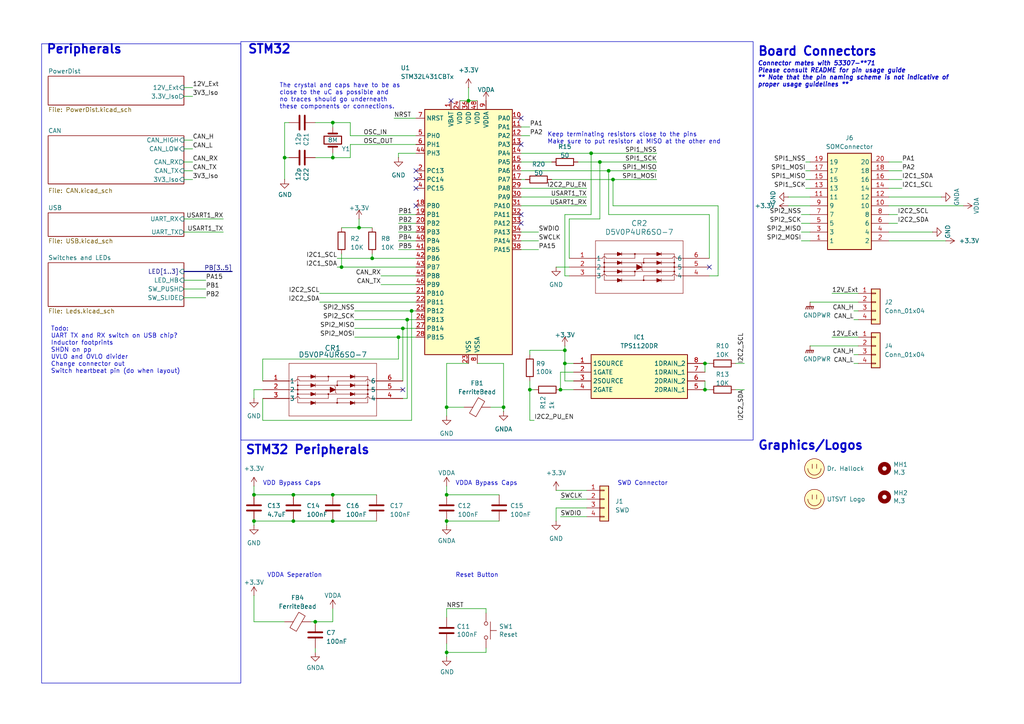
<source format=kicad_sch>
(kicad_sch (version 20231120) (generator "eeschema") (generator_version "8.0")
  (paper "A4")
  (lib_symbols
    (symbol "Connector_Generic:Conn_01x04" (pin_names (offset 1.016) hide)
      (property "Reference" "J" (at 0 5.08 0))
      (property "Value" "Conn_01x04" (at 0 -7.62 0))
      (symbol "Conn_01x04_1_1"
        (pin passive line (at -5.08 2.54 0) (length 3.81) (name "Pin_1") (number "1"))
        (pin passive line (at -5.08 0 0) (length 3.81) (name "Pin_2") (number "2"))
        (pin passive line (at -5.08 -2.54 0) (length 3.81) (name "Pin_3") (number "3"))
        (pin passive line (at -5.08 -5.08 0) (length 3.81) (name "Pin_4") (number "4"))
      )
    )
    (symbol "Device:C" (pin_numbers hide) (pin_names (offset 0.254))
      (property "Reference" "C" (at 0.635 2.54 0))
      (property "Value" "C" (at 0.635 -2.54 0))
      (symbol "C_1_1"
        (pin passive line (at 0 3.81 270) (length 2.794) (name "~") (number "1"))
        (pin passive line (at 0 -3.81 90) (length 2.794) (name "~") (number "2"))
      )
    )
    (symbol "Device:Crystal" (pin_numbers hide) (pin_names (offset 1.016) hide)
      (property "Reference" "Y" (at 0 3.81 0))
      (property "Value" "Crystal" (at 0 -3.81 0))
      (symbol "Crystal_1_1"
        (pin passive line (at -3.81 0 0) (length 1.27) (name "1") (number "1"))
        (pin passive line (at 3.81 0 180) (length 1.27) (name "2") (number "2"))
      )
    )
    (symbol "Device:FerriteBead" (pin_numbers hide) (pin_names (offset 0))
      (property "Reference" "FB" (at -3.81 0.635 90))
      (property "Value" "FerriteBead" (at 3.81 0 90))
      (symbol "FerriteBead_1_1"
        (pin passive line (at 0 3.81 270) (length 2.54) (name "~") (number "1"))
        (pin passive line (at 0 -3.81 90) (length 2.54) (name "~") (number "2"))
      )
    )
    (symbol "Device:R" (pin_numbers hide) (pin_names (offset 0))
      (property "Reference" "R" (at 2.032 0 90))
      (property "Value" "R" (at 0 0 90))
      (symbol "R_1_1"
        (pin passive line (at 0 3.81 270) (length 1.27) (name "~") (number "1"))
        (pin passive line (at 0 -3.81 90) (length 1.27) (name "~") (number "2"))
      )
    )
    (symbol "MCU_ST_STM32L4:STM32L431CBTx"
      (property "Reference" "U" (at -12.7 36.83 0))
      (property "Value" "STM32L431CBTx" (at 7.62 36.83 0))
      (symbol "STM32L431CBTx_1_1"
        (pin power_in line (at -5.08 38.1 270) (length 2.54) (name "VBAT") (number "1"))
        (pin bidirectional line (at 15.24 33.02 180) (length 2.54) (name "PA0") (number "10"))
        (pin bidirectional line (at 15.24 30.48 180) (length 2.54) (name "PA1") (number "11"))
        (pin bidirectional line (at 15.24 27.94 180) (length 2.54) (name "PA2") (number "12"))
        (pin bidirectional line (at 15.24 25.4 180) (length 2.54) (name "PA3") (number "13"))
        (pin bidirectional line (at 15.24 22.86 180) (length 2.54) (name "PA4") (number "14"))
        (pin bidirectional line (at 15.24 20.32 180) (length 2.54) (name "PA5") (number "15"))
        (pin bidirectional line (at 15.24 17.78 180) (length 2.54) (name "PA6") (number "16"))
        (pin bidirectional line (at 15.24 15.24 180) (length 2.54) (name "PA7") (number "17"))
        (pin bidirectional line (at -15.24 7.62 0) (length 2.54) (name "PB0") (number "18"))
        (pin bidirectional line (at -15.24 5.08 0) (length 2.54) (name "PB1") (number "19"))
        (pin bidirectional line (at -15.24 17.78 0) (length 2.54) (name "PC13") (number "2"))
        (pin bidirectional line (at -15.24 2.54 0) (length 2.54) (name "PB2") (number "20"))
        (pin bidirectional line (at -15.24 -17.78 0) (length 2.54) (name "PB10") (number "21"))
        (pin bidirectional line (at -15.24 -20.32 0) (length 2.54) (name "PB11") (number "22"))
        (pin power_in line (at 0 -38.1 90) (length 2.54) (name "VSS") (number "23"))
        (pin power_in line (at -2.54 38.1 270) (length 2.54) (name "VDD") (number "24"))
        (pin bidirectional line (at -15.24 -22.86 0) (length 2.54) (name "PB12") (number "25"))
        (pin bidirectional line (at -15.24 -25.4 0) (length 2.54) (name "PB13") (number "26"))
        (pin bidirectional line (at -15.24 -27.94 0) (length 2.54) (name "PB14") (number "27"))
        (pin bidirectional line (at -15.24 -30.48 0) (length 2.54) (name "PB15") (number "28"))
        (pin bidirectional line (at 15.24 12.7 180) (length 2.54) (name "PA8") (number "29"))
        (pin bidirectional line (at -15.24 15.24 0) (length 2.54) (name "PC14") (number "3"))
        (pin bidirectional line (at 15.24 10.16 180) (length 2.54) (name "PA9") (number "30"))
        (pin bidirectional line (at 15.24 7.62 180) (length 2.54) (name "PA10") (number "31"))
        (pin bidirectional line (at 15.24 5.08 180) (length 2.54) (name "PA11") (number "32"))
        (pin bidirectional line (at 15.24 2.54 180) (length 2.54) (name "PA12") (number "33"))
        (pin bidirectional line (at 15.24 0 180) (length 2.54) (name "PA13") (number "34"))
        (pin passive line (at 0 -38.1 90) (length 2.54) hide (name "VSS") (number "35"))
        (pin power_in line (at 0 38.1 270) (length 2.54) (name "VDD") (number "36"))
        (pin bidirectional line (at 15.24 -2.54 180) (length 2.54) (name "PA14") (number "37"))
        (pin bidirectional line (at 15.24 -5.08 180) (length 2.54) (name "PA15") (number "38"))
        (pin bidirectional line (at -15.24 0 0) (length 2.54) (name "PB3") (number "39"))
        (pin bidirectional line (at -15.24 12.7 0) (length 2.54) (name "PC15") (number "4"))
        (pin bidirectional line (at -15.24 -2.54 0) (length 2.54) (name "PB4") (number "40"))
        (pin bidirectional line (at -15.24 -5.08 0) (length 2.54) (name "PB5") (number "41"))
        (pin bidirectional line (at -15.24 -7.62 0) (length 2.54) (name "PB6") (number "42"))
        (pin bidirectional line (at -15.24 -10.16 0) (length 2.54) (name "PB7") (number "43"))
        (pin bidirectional line (at -15.24 22.86 0) (length 2.54) (name "PH3") (number "44"))
        (pin bidirectional line (at -15.24 -12.7 0) (length 2.54) (name "PB8") (number "45"))
        (pin bidirectional line (at -15.24 -15.24 0) (length 2.54) (name "PB9") (number "46"))
        (pin passive line (at 0 -38.1 90) (length 2.54) hide (name "VSS") (number "47"))
        (pin power_in line (at 2.54 38.1 270) (length 2.54) (name "VDD") (number "48"))
        (pin bidirectional line (at -15.24 27.94 0) (length 2.54) (name "PH0") (number "5"))
        (pin bidirectional line (at -15.24 25.4 0) (length 2.54) (name "PH1") (number "6"))
        (pin input line (at -15.24 33.02 0) (length 2.54) (name "NRST") (number "7"))
        (pin power_in line (at 2.54 -38.1 90) (length 2.54) (name "VSSA") (number "8"))
        (pin power_in line (at 5.08 38.1 270) (length 2.54) (name "VDDA") (number "9"))
      )
    )
    (symbol "Mechanical:MountingHole" (pin_names (offset 1.016)) (exclude_from_sim yes) (in_bom no)
      (property "Reference" "H" (at 0 5.08 0))
      (property "Value" "MountingHole" (at 0 3.175 0))
    )
    (symbol "Switch:SW_Push" (pin_numbers hide) (pin_names (offset 1.016) hide)
      (property "Reference" "SW" (at 1.27 2.54 0))
      (property "Value" "SW_Push" (at 0 -1.524 0))
      (symbol "SW_Push_0_1"
        (pin passive line (at -5.08 0 0) (length 2.54) (name "1") (number "1"))
        (pin passive line (at 5.08 0 180) (length 2.54) (name "2") (number "2"))
      )
    )
    (symbol "power:+3.3V" (power) (pin_numbers hide) (pin_names (offset 0) hide)
      (property "Value" "+3.3V" (at 0 3.556 0))
      (symbol "+3.3V_1_1"
        (pin power_in line (at 0 0 90) (length 0) (name "~") (number "1"))
      )
    )
    (symbol "power:GND" (power) (pin_numbers hide) (pin_names (offset 0) hide)
      (property "Value" "GND" (at 0 -3.81 0))
      (symbol "GND_1_1"
        (pin power_in line (at 0 0 270) (length 0) (name "~") (number "1"))
      )
    )
    (symbol "power:GNDA" (power) (pin_numbers hide) (pin_names (offset 0) hide)
      (property "Value" "GNDA" (at 0 -3.81 0))
      (symbol "GNDA_1_1"
        (pin power_in line (at 0 0 270) (length 0) (name "~") (number "1"))
      )
    )
    (symbol "power:GNDPWR" (power) (pin_numbers hide) (pin_names (offset 0) hide)
      (property "Value" "GNDPWR" (at 0 -3.302 0))
      (symbol "GNDPWR_1_1"
        (pin power_in line (at 0 0 270) (length 0) (name "~") (number "1"))
      )
    )
    (symbol "power:VDDA" (power) (pin_numbers hide) (pin_names (offset 0) hide)
      (property "Value" "VDDA" (at 0 3.556 0))
      (symbol "VDDA_1_1"
        (pin power_in line (at 0 0 90) (length 0) (name "~") (number "1"))
      )
    )
    (symbol "utsvt-chips:D5V0P4UR6SO-7" (pin_names (offset 0.254))
      (property "Reference" "CR" (at 20.32 10.16 0))
      (property "Value" "D5V0P4UR6SO-7" (at 20.32 7.62 0))
      (symbol "D5V0P4UR6SO-7_0_1"
        (pin input line (at 0 0 0) (length 7.62) (name "1") (number "1"))
        (pin unspecified line (at 0 -2.54 0) (length 7.62) (name "2") (number "2"))
        (pin input line (at 0 -5.08 0) (length 7.62) (name "3") (number "3"))
        (pin input line (at 40.64 -5.08 180) (length 7.62) (name "4") (number "4"))
        (pin unspecified line (at 40.64 -2.54 180) (length 7.62) (name "5") (number "5"))
        (pin input line (at 40.64 0 180) (length 7.62) (name "6") (number "6"))
      )
    )
    (symbol "utsvt-chips:TPS1120DR"
      (property "Reference" "IC" (at 34.29 7.62 0))
      (property "Value" "TPS1120DR" (at 34.29 5.08 0))
      (symbol "TPS1120DR_1_1"
        (pin passive line (at 0 0 0) (length 5.08) (name "1SOURCE") (number "1"))
        (pin passive line (at 0 -2.54 0) (length 5.08) (name "1GATE") (number "2"))
        (pin passive line (at 0 -5.08 0) (length 5.08) (name "2SOURCE") (number "3"))
        (pin passive line (at 0 -7.62 0) (length 5.08) (name "2GATE") (number "4"))
        (pin passive line (at 38.1 -7.62 180) (length 5.08) (name "2DRAIN_1") (number "5"))
        (pin passive line (at 38.1 -5.08 180) (length 5.08) (name "2DRAIN_2") (number "6"))
        (pin passive line (at 38.1 -2.54 180) (length 5.08) (name "1DRAIN_1") (number "7"))
        (pin passive line (at 38.1 0 180) (length 5.08) (name "1DRAIN_2") (number "8"))
      )
    )
    (symbol "utsvt-connectors:SOMConnector"
      (property "Reference" "J" (at 19.05 7.62 0))
      (property "Value" "SOMConnector" (at 19.05 5.08 0))
      (symbol "SOMConnector_1_1"
        (pin passive line (at 0 -22.86 0) (length 5.08) (name "1") (number "1"))
        (pin passive line (at 22.86 -12.7 180) (length 5.08) (name "10") (number "10"))
        (pin passive line (at 0 -10.16 0) (length 5.08) (name "11") (number "11"))
        (pin passive line (at 22.86 -10.16 180) (length 5.08) (name "12") (number "12"))
        (pin passive line (at 0 -7.62 0) (length 5.08) (name "13") (number "13"))
        (pin passive line (at 22.86 -7.62 180) (length 5.08) (name "14") (number "14"))
        (pin passive line (at 0 -5.08 0) (length 5.08) (name "15") (number "15"))
        (pin passive line (at 22.86 -5.08 180) (length 5.08) (name "16") (number "16"))
        (pin passive line (at 0 -2.54 0) (length 5.08) (name "17") (number "17"))
        (pin passive line (at 22.86 -2.54 180) (length 5.08) (name "18") (number "18"))
        (pin passive line (at 0 0 0) (length 5.08) (name "19") (number "19"))
        (pin passive line (at 22.86 -22.86 180) (length 5.08) (name "2") (number "2"))
        (pin passive line (at 22.86 0 180) (length 5.08) (name "20") (number "20"))
        (pin passive line (at 0 -20.32 0) (length 5.08) (name "3") (number "3"))
        (pin passive line (at 22.86 -20.32 180) (length 5.08) (name "4") (number "4"))
        (pin passive line (at 0 -17.78 0) (length 5.08) (name "5") (number "5"))
        (pin passive line (at 22.86 -17.78 180) (length 5.08) (name "6") (number "6"))
        (pin passive line (at 0 -15.24 0) (length 5.08) (name "7") (number "7"))
        (pin passive line (at 22.86 -15.24 180) (length 5.08) (name "8") (number "8"))
        (pin passive line (at 0 -12.7 0) (length 5.08) (name "9") (number "9"))
      )
    )
    (symbol "utsvt-misc:Logo_Placeholder" (pin_names (offset 1.016))
      (property "Value" "Logo_Placeholder" (at 0 3.81 0))
    )
  )
  (junction (at 162.56 113.03))
  (junction (at 82.55 45.72))
  (junction (at 115.57 97.79))
  (junction (at 85.09 151.13))
  (junction (at 119.38 90.17))
  (junction (at 96.52 151.13))
  (junction (at 96.52 143.51))
  (junction (at 163.83 101.6))
  (junction (at 73.66 151.13))
  (junction (at 204.47 113.03))
  (junction (at 85.09 143.51))
  (junction (at 99.06 77.47))
  (junction (at 91.44 180.34))
  (junction (at 116.84 95.25))
  (junction (at 129.54 151.13))
  (junction (at 96.52 35.56))
  (junction (at 96.52 45.72))
  (junction (at 173.99 46.99))
  (junction (at 129.54 143.51))
  (junction (at 204.47 105.41))
  (junction (at 129.54 118.11))
  (junction (at 118.11 92.71))
  (junction (at 153.67 113.03))
  (junction (at 171.45 44.45))
  (junction (at 176.53 49.53))
  (junction (at 129.54 189.23))
  (junction (at 177.8 52.07))
  (junction (at 107.95 74.93))
  (junction (at 163.83 105.41))
  (junction (at 146.05 118.11))
  (junction (at 104.14 66.04))
  (junction (at 73.66 143.51))
  (junction (at 135.89 29.21))
  (no_connect (at 151.13 34.29))
  (no_connect (at 130.81 29.21))
  (no_connect (at 151.13 41.91))
  (no_connect (at 120.65 54.61))
  (no_connect (at 205.74 77.47))
  (no_connect (at 151.13 64.77))
  (no_connect (at 120.65 49.53))
  (no_connect (at 151.13 62.23))
  (no_connect (at 116.84 113.03))
  (no_connect (at 120.65 52.07))
  (no_connect (at 120.65 59.69))
  (wire (pts (xy 53.34 40.64) (xy 55.88 40.64)))
  (wire (pts (xy 135.89 25.4) (xy 135.89 29.21)))
  (wire (pts (xy 151.13 39.37) (xy 153.67 39.37)))
  (wire (pts (xy 110.49 80.01) (xy 120.65 80.01)))
  (wire (pts (xy 173.99 46.99) (xy 190.5 46.99)))
  (wire (pts (xy 247.65 92.71) (xy 248.92 92.71)))
  (wire (pts (xy 153.67 113.03) (xy 154.94 113.03)))
  (wire (pts (xy 161.29 77.47) (xy 165.1 77.47)))
  (wire (pts (xy 53.34 86.36) (xy 59.69 86.36)))
  (wire (pts (xy 91.44 180.34) (xy 90.17 180.34)))
  (wire (pts (xy 162.56 107.95) (xy 162.56 113.03)))
  (wire (pts (xy 151.13 69.85) (xy 156.21 69.85)))
  (wire (pts (xy 73.66 143.51) (xy 85.09 143.51)))
  (wire (pts (xy 97.79 74.93) (xy 107.95 74.93)))
  (wire (pts (xy 257.81 54.61) (xy 261.62 54.61)))
  (wire (pts (xy 247.65 90.17) (xy 248.92 90.17)))
  (wire (pts (xy 247.65 102.87) (xy 248.92 102.87)))
  (wire (pts (xy 85.09 151.13) (xy 96.52 151.13)))
  (wire (pts (xy 171.45 44.45) (xy 190.5 44.45)))
  (wire (pts (xy 129.54 151.13) (xy 129.54 152.4)))
  (wire (pts (xy 101.6 39.37) (xy 120.65 39.37)))
  (wire (pts (xy 115.57 45.72) (xy 115.57 44.45)))
  (wire (pts (xy 96.52 176.53) (xy 96.52 180.34)))
  (wire (pts (xy 101.6 41.91) (xy 120.65 41.91)))
  (wire (pts (xy 129.54 176.53) (xy 129.54 179.07)))
  (wire (pts (xy 270.51 67.31) (xy 257.81 67.31)))
  (wire (pts (xy 208.28 80.01) (xy 205.74 80.01)))
  (wire (pts (xy 247.65 105.41) (xy 248.92 105.41)))
  (wire (pts (xy 99.06 66.04) (xy 104.14 66.04)))
  (wire (pts (xy 204.47 113.03) (xy 205.74 113.03)))
  (wire (pts (xy 99.06 73.66) (xy 99.06 77.47)))
  (wire (pts (xy 161.29 147.32) (xy 170.18 147.32)))
  (wire (pts (xy 129.54 118.11) (xy 134.62 118.11)))
  (wire (pts (xy 213.36 105.41) (xy 215.9 105.41)))
  (wire (pts (xy 154.94 121.92) (xy 153.67 121.92)))
  (wire (pts (xy 153.67 101.6) (xy 163.83 101.6)))
  (wire (pts (xy 234.95 87.63) (xy 248.92 87.63)))
  (wire (pts (xy 205.74 74.93) (xy 205.74 62.23)))
  (wire (pts (xy 205.74 62.23) (xy 176.53 62.23)))
  (wire (pts (xy 53.34 43.18) (xy 55.88 43.18)))
  (wire (pts (xy 162.56 149.86) (xy 170.18 149.86)))
  (wire (pts (xy 129.54 118.11) (xy 129.54 120.65)))
  (wire (pts (xy 91.44 189.23) (xy 91.44 187.96)))
  (wire (pts (xy 140.97 187.96) (xy 140.97 189.23)))
  (wire (pts (xy 129.54 176.53) (xy 140.97 176.53)))
  (wire (pts (xy 115.57 64.77) (xy 120.65 64.77)))
  (wire (pts (xy 73.66 115.57) (xy 73.66 113.03)))
  (bus (pts (xy 53.34 78.74) (xy 67.31 78.74)))
  (wire (pts (xy 129.54 190.5) (xy 129.54 189.23)))
  (wire (pts (xy 257.81 52.07) (xy 261.62 52.07)))
  (wire (pts (xy 177.8 59.69) (xy 208.28 59.69)))
  (wire (pts (xy 96.52 45.72) (xy 91.44 45.72)))
  (wire (pts (xy 59.69 83.82) (xy 53.34 83.82)))
  (wire (pts (xy 165.1 63.5) (xy 173.99 63.5)))
  (wire (pts (xy 176.53 49.53) (xy 151.13 49.53)))
  (wire (pts (xy 204.47 110.49) (xy 204.47 113.03)))
  (wire (pts (xy 96.52 151.13) (xy 109.22 151.13)))
  (wire (pts (xy 273.05 57.15) (xy 257.81 57.15)))
  (wire (pts (xy 166.37 110.49) (xy 163.83 110.49)))
  (wire (pts (xy 118.11 92.71) (xy 118.11 115.57)))
  (wire (pts (xy 76.2 121.92) (xy 119.38 121.92)))
  (wire (pts (xy 53.34 67.31) (xy 64.77 67.31)))
  (wire (pts (xy 53.34 25.4) (xy 55.88 25.4)))
  (wire (pts (xy 163.83 100.33) (xy 163.83 101.6)))
  (wire (pts (xy 116.84 115.57) (xy 118.11 115.57)))
  (wire (pts (xy 129.54 186.69) (xy 129.54 189.23)))
  (wire (pts (xy 53.34 52.07) (xy 55.88 52.07)))
  (wire (pts (xy 166.37 107.95) (xy 162.56 107.95)))
  (wire (pts (xy 257.81 62.23) (xy 260.35 62.23)))
  (wire (pts (xy 82.55 45.72) (xy 83.82 45.72)))
  (wire (pts (xy 101.6 39.37) (xy 101.6 35.56)))
  (wire (pts (xy 129.54 143.51) (xy 144.78 143.51)))
  (wire (pts (xy 204.47 105.41) (xy 205.74 105.41)))
  (wire (pts (xy 241.3 85.09) (xy 248.92 85.09)))
  (wire (pts (xy 153.67 110.49) (xy 153.67 113.03)))
  (wire (pts (xy 101.6 35.56) (xy 96.52 35.56)))
  (wire (pts (xy 170.18 59.69) (xy 151.13 59.69)))
  (wire (pts (xy 151.13 52.07) (xy 152.4 52.07)))
  (wire (pts (xy 234.95 100.33) (xy 248.92 100.33)))
  (wire (pts (xy 76.2 104.14) (xy 115.57 104.14)))
  (wire (pts (xy 213.36 113.03) (xy 215.9 113.03)))
  (wire (pts (xy 142.24 118.11) (xy 146.05 118.11)))
  (wire (pts (xy 176.53 49.53) (xy 190.5 49.53)))
  (wire (pts (xy 73.66 140.97) (xy 73.66 143.51)))
  (wire (pts (xy 76.2 115.57) (xy 76.2 121.92)))
  (wire (pts (xy 53.34 63.5) (xy 64.77 63.5)))
  (wire (pts (xy 163.83 80.01) (xy 165.1 80.01)))
  (wire (pts (xy 92.71 87.63) (xy 120.65 87.63)))
  (wire (pts (xy 135.89 29.21) (xy 138.43 29.21)))
  (wire (pts (xy 82.55 52.07) (xy 82.55 45.72)))
  (wire (pts (xy 102.87 90.17) (xy 119.38 90.17)))
  (wire (pts (xy 232.41 62.23) (xy 234.95 62.23)))
  (wire (pts (xy 208.28 59.69) (xy 208.28 80.01)))
  (wire (pts (xy 151.13 57.15) (xy 170.18 57.15)))
  (wire (pts (xy 177.8 52.07) (xy 177.8 59.69)))
  (wire (pts (xy 91.44 35.56) (xy 96.52 35.56)))
  (wire (pts (xy 138.43 105.41) (xy 146.05 105.41)))
  (wire (pts (xy 151.13 72.39) (xy 156.21 72.39)))
  (wire (pts (xy 160.02 52.07) (xy 177.8 52.07)))
  (wire (pts (xy 96.52 180.34) (xy 91.44 180.34)))
  (wire (pts (xy 153.67 121.92) (xy 153.67 113.03)))
  (wire (pts (xy 96.52 143.51) (xy 109.22 143.51)))
  (wire (pts (xy 171.45 62.23) (xy 163.83 62.23)))
  (wire (pts (xy 151.13 46.99) (xy 160.02 46.99)))
  (wire (pts (xy 119.38 90.17) (xy 119.38 121.92)))
  (wire (pts (xy 153.67 102.87) (xy 153.67 101.6)))
  (wire (pts (xy 133.35 29.21) (xy 135.89 29.21)))
  (wire (pts (xy 176.53 49.53) (xy 176.53 62.23)))
  (wire (pts (xy 163.83 105.41) (xy 166.37 105.41)))
  (wire (pts (xy 115.57 97.79) (xy 115.57 104.14)))
  (wire (pts (xy 167.64 46.99) (xy 173.99 46.99)))
  (wire (pts (xy 151.13 36.83) (xy 153.67 36.83)))
  (wire (pts (xy 241.3 97.79) (xy 248.92 97.79)))
  (wire (pts (xy 151.13 67.31) (xy 156.21 67.31)))
  (wire (pts (xy 102.87 97.79) (xy 115.57 97.79)))
  (wire (pts (xy 82.55 35.56) (xy 82.55 45.72)))
  (wire (pts (xy 107.95 74.93) (xy 120.65 74.93)))
  (wire (pts (xy 171.45 44.45) (xy 171.45 62.23)))
  (wire (pts (xy 53.34 46.99) (xy 55.88 46.99)))
  (wire (pts (xy 76.2 110.49) (xy 76.2 104.14)))
  (wire (pts (xy 96.52 35.56) (xy 96.52 36.83)))
  (wire (pts (xy 59.69 81.28) (xy 53.34 81.28)))
  (wire (pts (xy 115.57 67.31) (xy 120.65 67.31)))
  (wire (pts (xy 99.06 77.47) (xy 120.65 77.47)))
  (wire (pts (xy 116.84 95.25) (xy 116.84 110.49)))
  (wire (pts (xy 173.99 46.99) (xy 173.99 63.5)))
  (wire (pts (xy 53.34 49.53) (xy 55.88 49.53)))
  (wire (pts (xy 114.3 34.29) (xy 120.65 34.29)))
  (wire (pts (xy 107.95 73.66) (xy 107.95 74.93)))
  (wire (pts (xy 163.83 62.23) (xy 163.83 80.01)))
  (wire (pts (xy 233.68 46.99) (xy 234.95 46.99)))
  (wire (pts (xy 115.57 44.45) (xy 120.65 44.45)))
  (wire (pts (xy 129.54 105.41) (xy 135.89 105.41)))
  (wire (pts (xy 140.97 176.53) (xy 140.97 177.8)))
  (wire (pts (xy 177.8 52.07) (xy 190.5 52.07)))
  (wire (pts (xy 232.41 64.77) (xy 234.95 64.77)))
  (wire (pts (xy 257.81 59.69) (xy 279.4 59.69)))
  (wire (pts (xy 165.1 74.93) (xy 165.1 63.5)))
  (wire (pts (xy 129.54 151.13) (xy 144.78 151.13)))
  (wire (pts (xy 115.57 69.85) (xy 120.65 69.85)))
  (wire (pts (xy 257.81 64.77) (xy 260.35 64.77)))
  (wire (pts (xy 96.52 45.72) (xy 101.6 45.72)))
  (wire (pts (xy 129.54 105.41) (xy 129.54 118.11)))
  (wire (pts (xy 129.54 140.97) (xy 129.54 143.51)))
  (wire (pts (xy 261.62 49.53) (xy 257.81 49.53)))
  (wire (pts (xy 82.55 35.56) (xy 83.82 35.56)))
  (wire (pts (xy 146.05 105.41) (xy 146.05 118.11)))
  (wire (pts (xy 118.11 92.71) (xy 120.65 92.71)))
  (wire (pts (xy 233.68 54.61) (xy 234.95 54.61)))
  (wire (pts (xy 204.47 105.41) (xy 204.47 107.95)))
  (wire (pts (xy 73.66 180.34) (xy 82.55 180.34)))
  (wire (pts (xy 73.66 152.4) (xy 73.66 151.13)))
  (wire (pts (xy 161.29 151.13) (xy 161.29 147.32)))
  (wire (pts (xy 92.71 85.09) (xy 120.65 85.09)))
  (wire (pts (xy 163.83 101.6) (xy 163.83 105.41)))
  (wire (pts (xy 115.57 62.23) (xy 120.65 62.23)))
  (wire (pts (xy 102.87 92.71) (xy 118.11 92.71)))
  (wire (pts (xy 73.66 151.13) (xy 85.09 151.13)))
  (wire (pts (xy 85.09 143.51) (xy 96.52 143.51)))
  (wire (pts (xy 233.68 52.07) (xy 234.95 52.07)))
  (wire (pts (xy 163.83 110.49) (xy 163.83 105.41)))
  (wire (pts (xy 233.68 49.53) (xy 234.95 49.53)))
  (wire (pts (xy 110.49 82.55) (xy 120.65 82.55)))
  (wire (pts (xy 146.05 118.11) (xy 146.05 119.38)))
  (wire (pts (xy 232.41 67.31) (xy 234.95 67.31)))
  (wire (pts (xy 161.29 142.24) (xy 170.18 142.24)))
  (wire (pts (xy 129.54 189.23) (xy 140.97 189.23)))
  (wire (pts (xy 102.87 95.25) (xy 116.84 95.25)))
  (wire (pts (xy 228.6 59.69) (xy 234.95 59.69)))
  (wire (pts (xy 151.13 54.61) (xy 170.18 54.61)))
  (wire (pts (xy 151.13 44.45) (xy 171.45 44.45)))
  (wire (pts (xy 104.14 63.5) (xy 104.14 66.04)))
  (wire (pts (xy 53.34 27.94) (xy 55.88 27.94)))
  (wire (pts (xy 232.41 69.85) (xy 234.95 69.85)))
  (wire (pts (xy 162.56 144.78) (xy 170.18 144.78)))
  (wire (pts (xy 115.57 97.79) (xy 120.65 97.79)))
  (wire (pts (xy 73.66 172.72) (xy 73.66 180.34)))
  (wire (pts (xy 162.56 113.03) (xy 166.37 113.03)))
  (wire (pts (xy 73.66 113.03) (xy 76.2 113.03)))
  (wire (pts (xy 274.32 69.85) (xy 257.81 69.85)))
  (wire (pts (xy 115.57 72.39) (xy 120.65 72.39)))
  (wire (pts (xy 96.52 44.45) (xy 96.52 45.72)))
  (wire (pts (xy 228.6 57.15) (xy 234.95 57.15)))
  (wire (pts (xy 97.79 77.47) (xy 99.06 77.47)))
  (wire (pts (xy 101.6 45.72) (xy 101.6 41.91)))
  (wire (pts (xy 119.38 90.17) (xy 120.65 90.17)))
  (wire (pts (xy 261.62 46.99) (xy 257.81 46.99)))
  (wire (pts (xy 116.84 95.25) (xy 120.65 95.25)))
  (wire (pts (xy 104.14 66.04) (xy 107.95 66.04)))
  (rectangle (start 69.85 12.065) (end 218.44 127.635))
  (rectangle (start 12.065 12.7) (end 69.85 198.12))
  (text "STM32" (at 71.755 15.875 0) (effects (font (size 2.54 2.54) (thickness 0.508) (bold yes)) (justify left bottom)))
  (text "VDDA Seperation" (at 77.47 167.64 0) (effects (font (size 1.27 1.27)) (justify left bottom)))
  (text "STM32 Peripherals" (at 71.12 132.08 0) (effects (font (size 2.54 2.54) (thickness 0.508) (bold yes)) (justify left bottom)))
  (text "Graphics/Logos" (at 219.71 130.81 0) (effects (font (size 2.54 2.54) (thickness 0.508) (bold yes)) (justify left bottom)))
  (text "Board Connectors" (at 219.71 16.51 0) (effects (font (size 2.54 2.54) (thickness 0.508) (bold yes)) (justify left bottom)))
  (text "Keep terminating resistors close to the pins\nMake sure to put resistor at MISO at the other end" (at 158.75 41.91 0) (effects (font (size 1.27 1.27)) (justify left bottom)))
  (text "Peripherals" (at 13.335 15.875 0) (effects (font (size 2.54 2.54) (thickness 0.508) (bold yes)) (justify left bottom)))
  (text "SWD Connector" (at 179.07 140.97 0) (effects (font (size 1.27 1.27)) (justify left bottom)))
  (text "VDDA Bypass Caps" (at 132.08 140.97 0) (effects (font (size 1.27 1.27)) (justify left bottom)))
  (text "VDD Bypass Caps" (at 76.2 140.97 0) (effects (font (size 1.27 1.27)) (justify left bottom)))
  (text "Todo:\nUART TX and RX switch on USB chip?\nInductor footprints\nSHDN on pp\nUVLO and OVLO divider\nChange connector out\nSwitch heartbeat pin (do when layout)" (at 14.732 101.6 0) (effects (font (size 1.27 1.27)) (justify left)))
  (text "The crystal and caps have to be as \nclose to the uC as possible and\nno traces should go underneath\nthese components or connections." (at 81.026 31.75 0) (effects (font (size 1.27 1.27)) (justify left bottom)))
  (text "Reset Button" (at 132.08 167.64 0) (effects (font (size 1.27 1.27)) (justify left bottom)))
  (text "Connector mates with 53307-**71\nPlease consult README for pin usage guide\n** Note that the pin naming scheme is not indicative of \nproper usage guidelines **" (at 219.71 25.4 0) (effects (font (size 1.27 1.27) (thickness 0.254) (bold yes) (italic yes)) (justify left bottom)))
  (label "PA1" (at 261.62 46.99 0))
  (label "CAN_H" (at 247.65 90.17 180))
  (label "12V_Ext" (at 55.88 25.4 0))
  (label "PB[3..5]" (at 67.31 78.74 180))
  (label "PA15" (at 59.69 81.28 0))
  (label "USART1_TX" (at 64.77 67.31 180))
  (label "OSC_OUT" (at 105.41 41.91 0))
  (label "NRST" (at 114.3 34.29 0))
  (label "I2C2_SDA" (at 260.35 64.77 0))
  (label "SWCLK" (at 162.56 144.78 0))
  (label "NRST" (at 129.54 176.53 0))
  (label "I2C2_SDA" (at 92.71 87.63 180))
  (label "I2C2_SCL" (at 92.71 85.09 180))
  (label "PB2" (at 115.57 64.77 0))
  (label "I2C2_PU_EN" (at 170.18 54.61 180))
  (label "PA15" (at 156.21 72.39 0))
  (label "USART1_RX" (at 170.18 59.69 180))
  (label "SPI2_MISO" (at 102.87 95.25 180))
  (label "PB4" (at 115.57 69.85 0))
  (label "CAN_RX" (at 110.49 80.01 180))
  (label "I2C1_SCL" (at 97.79 74.93 180))
  (label "PB2" (at 59.69 86.36 0))
  (label "SPI1_NSS" (at 190.5 44.45 180))
  (label "I2C2_SDA" (at 215.9 113.03 270))
  (label "I2C2_SCL" (at 260.35 62.23 0))
  (label "3V3_Iso" (at 55.88 27.94 0))
  (label "SPI1_NSS" (at 233.68 46.99 180))
  (label "CAN_TX" (at 55.88 49.53 0))
  (label "USART1_TX" (at 170.18 57.15 180))
  (label "SWDIO" (at 156.21 67.31 0))
  (label "12V_Ext" (at 241.3 97.79 0))
  (label "CAN_L" (at 247.65 92.71 180))
  (label "SPI2_NSS" (at 232.41 62.23 180))
  (label "SPI2_MOSI" (at 232.41 69.85 180))
  (label "SWDIO" (at 162.56 149.86 0))
  (label "PB3" (at 115.57 67.31 0))
  (label "OSC_IN" (at 105.41 39.37 0))
  (label "SWCLK" (at 156.21 69.85 0))
  (label "SPI2_SCK" (at 102.87 92.71 180))
  (label "PB1" (at 59.69 83.82 0))
  (label "CAN_TX" (at 110.49 82.55 180))
  (label "SPI1_MISO" (at 233.68 52.07 180))
  (label "PA1" (at 153.67 36.83 0))
  (label "CAN_L" (at 247.65 105.41 180))
  (label "PA2" (at 261.62 49.53 0))
  (label "3V3_Iso" (at 55.88 52.07 0))
  (label "USART1_RX" (at 64.77 63.5 180))
  (label "PA2" (at 153.67 39.37 0))
  (label "I2C1_SDA" (at 97.79 77.47 180))
  (label "SPI2_NSS" (at 102.87 90.17 180))
  (label "CAN_H" (at 247.65 102.87 180))
  (label "SPI1_MISO" (at 190.5 49.53 180))
  (label "I2C1_SDA" (at 261.62 52.07 0))
  (label "12V_Ext" (at 241.3 85.09 0))
  (label "SPI1_MOSI" (at 190.5 52.07 180))
  (label "SPI1_MOSI" (at 233.68 49.53 180))
  (label "CAN_L" (at 55.88 43.18 0))
  (label "CAN_RX" (at 55.88 46.99 0))
  (label "I2C1_SCL" (at 261.62 54.61 0))
  (label "I2C2_SCL" (at 215.9 105.41 90))
  (label "SPI1_SCK" (at 190.5 46.99 180))
  (label "SPI2_MISO" (at 232.41 67.31 180))
  (label "PB5" (at 115.57 72.39 0))
  (label "I2C2_PU_EN" (at 154.94 121.92 0))
  (label "SPI1_SCK" (at 233.68 54.61 180))
  (label "CAN_H" (at 55.88 40.64 0))
  (label "PB1" (at 115.57 62.23 0))
  (label "SPI2_SCK" (at 232.41 64.77 180))
  (label "SPI2_MOSI" (at 102.87 97.79 180))
  (symbol (lib_id "Device:R") (at 209.55 113.03 270) (unit 1)
    (property "Reference" "R13" (at 209.55 108.585 90))
    (property "Value" "10K" (at 209.55 111.125 90))
    (property "Footprint" "Resistor_SMD:R_0805_2012Metric" (effects (hide yes)))
    (property "Description" "Resistor" (effects (hide yes)))
    (property "Mouser Part Number" "71-CRCW080510K0FKEAC" (effects (hide yes)))
    (property "P/N" "CRCW080510K0FKEAC" (effects (hide yes)))
  )
  (symbol (lib_id "Device:R") (at 209.55 105.41 90) (unit 1)
    (property "Reference" "R10" (at 209.55 100.33 90))
    (property "Value" "10K" (at 209.55 102.87 90))
    (property "Footprint" "Resistor_SMD:R_0805_2012Metric" (effects (hide yes)))
    (property "Description" "Resistor" (effects (hide yes)))
    (property "Mouser Part Number" "71-CRCW080510K0FKEAC" (effects (hide yes)))
    (property "P/N" "CRCW080510K0FKEAC" (effects (hide yes)))
  )
  (symbol (lib_id "utsvt-chips:D5V0P4UR6SO-7") (at 76.2 110.49 0) (unit 1)
    (property "Reference" "CR1" (at 96.52 100.965 0) (effects (font (size 1.524 1.524))))
    (property "Value" "D5V0P4UR6SO-7" (at 96.52 102.87 0) (effects (font (size 1.524 1.524))))
    (property "Footprint" "UTSVT_ICs:SOT26_DIO" (effects (hide yes)))
    (property "Datasheet" "https://www.diodes.com/assets/Datasheets/D5V0P4UR6SO.pdf" (effects (hide yes)))
    (property "Mouser Part Number" "621-D5V0P4UR6SO-7" (effects (hide yes)))
    (property "P/N" "D5V0P4UR6SO-7" (effects (hide yes)))
  )
  (symbol (lib_id "power:GNDPWR") (at 234.95 87.63 0) (unit 1)
    (property "Reference" "#PWR041" (effects (hide yes)))
    (property "Value" "GNDPWR" (at 236.982 91.44 0))
    (property "Description" "Power symbol creates a global label with name \"GNDPWR\" , global ground" (effects (hide yes)))
  )
  (symbol (lib_id "power:GND") (at 82.55 52.07 0) (unit 1)
    (property "Reference" "#PWR029" (effects (hide yes)))
    (property "Value" "GND" (at 82.677 56.4642 0))
    (property "Description" "Power symbol creates a global label with name \"GND\" , ground" (effects (hide yes)))
  )
  (symbol (lib_id "power:VDDA") (at 140.97 29.21 0) (unit 1)
    (property "Reference" "#PWR01" (effects (hide yes)))
    (property "Value" "VDDA" (at 140.97 26.035 0))
    (property "Description" "Power symbol creates a global label with name \"VDDA\"" (effects (hide yes)))
  )
  (symbol (lib_id "power:GND") (at 161.29 77.47 0) (unit 1)
    (property "Reference" "#PWR013" (effects (hide yes)))
    (property "Value" "GND" (at 161.29 82.55 0))
    (property "Description" "Power symbol creates a global label with name \"GND\" , ground" (effects (hide yes)))
  )
  (symbol (lib_id "power:GND") (at 115.57 45.72 0) (unit 1)
    (property "Reference" "#PWR038" (effects (hide yes)))
    (property "Value" "GND" (at 115.57 50.8 0))
    (property "Description" "Power symbol creates a global label with name \"GND\" , ground" (effects (hide yes)))
  )
  (symbol (lib_id "power:+3.3V") (at 161.29 142.24 0) (unit 1)
    (property "Reference" "#PWR014" (effects (hide yes)))
    (property "Value" "+3.3V" (at 161.29 137.16 0))
    (property "Description" "Power symbol creates a global label with name \"+3.3V\"" (effects (hide yes)))
  )
  (symbol (lib_id "power:+3.3V") (at 228.6 59.69 90) (unit 1)
    (property "Reference" "#PWR030" (effects (hide yes)))
    (property "Value" "+3.3V" (at 224.79 59.69 90) (effects (justify left)))
    (property "Description" "Power symbol creates a global label with name \"+3.3V\"" (effects (hide yes)))
  )
  (symbol (lib_id "Connector_Generic:Conn_01x04") (at 254 100.33 0) (unit 1)
    (property "Reference" "J4" (at 256.54 100.3299 0) (effects (justify left)))
    (property "Value" "Conn_01x04" (at 256.54 102.8699 0) (effects (justify left)))
    (property "Footprint" "UTSVT_Connectors:Molex_MicroFit3.0_1x4xP3.00mm_PolarizingPeg_Vertical" (effects (hide yes)))
    (property "Description" "Generic connector, single row, 01x04, script generated (kicad-library-utils/schlib/autogen/connector/)" (effects (hide yes)))
    (property "P/N" "43650-0244" (effects (hide yes)))
  )
  (symbol (lib_id "utsvt-connectors:SOMConnector") (at 234.95 46.99 0) (unit 1)
    (property "Reference" "J6" (at 246.38 40.005 0))
    (property "Value" "SOMConnector" (at 246.38 42.545 0))
    (property "Footprint" "UTSVT_Connectors:Molex_52465-2070" (effects (hide yes)))
    (property "Datasheet" "https://www.molex.com/pdm_docs/sd/524652070_sd.pdf" (effects (hide yes)))
    (property "Description" "Board to Board & Mezzanine Connectors 0.8 BtB Hsg Assy SMT SMT 20Ckt EmbsTp Pkg" (effects (hide yes)))
    (property "Height" "3.55" (effects (hide yes)))
    (property "Mouser Part Number" "538-52465-2070" (effects (hide yes)))
    (property "Mouser Price/Stock" "https://www.mouser.co.uk/ProductDetail/Molex/52465-2070?qs=nDwhpid8gJZ7djOe3lh1gA%3D%3D" (effects (hide yes)))
    (property "Manufacturer_Name" "Molex" (effects (hide yes)))
    (property "Manufacturer_Part_Number" "52465-2070" (effects (hide yes)))
    (property "P/N" "52465-2070" (effects (hide yes)))
  )
  (symbol (lib_id "Device:R") (at 107.95 69.85 0) (unit 1)
    (property "Reference" "R8" (at 110.49 69.215 0) (effects (justify left)))
    (property "Value" "10K" (at 110.49 71.755 0) (effects (justify left)))
    (property "Footprint" "Resistor_SMD:R_0805_2012Metric" (effects (hide yes)))
    (property "Description" "Resistor" (effects (hide yes)))
    (property "Mouser Part Number" "71-CRCW080510K0FKEAC" (effects (hide yes)))
    (property "P/N" "CRCW080510K0FKEAC" (effects (hide yes)))
  )
  (symbol (lib_id "power:VDDA") (at 129.54 140.97 0) (unit 1)
    (property "Reference" "#PWR012" (effects (hide yes)))
    (property "Value" "VDDA" (at 129.54 137.16 0))
    (property "Description" "Power symbol creates a global label with name \"VDDA\"" (effects (hide yes)))
  )
  (symbol (lib_id "power:+3.3V") (at 163.83 100.33 0) (unit 1)
    (property "Reference" "#PWR028" (effects (hide yes)))
    (property "Value" "+3.3V" (at 163.83 97.155 0))
    (property "Description" "Power symbol creates a global label with name \"+3.3V\"" (effects (hide yes)))
  )
  (symbol (lib_id "power:+3.3V") (at 73.66 140.97 0) (unit 1)
    (property "Reference" "#PWR018" (effects (hide yes)))
    (property "Value" "+3.3V" (at 73.66 135.89 0))
    (property "Description" "Power symbol creates a global label with name \"+3.3V\"" (effects (hide yes)))
  )
  (symbol (lib_id "Switch:SW_Push") (at 140.97 182.88 270) (unit 1)
    (property "Reference" "SW1" (at 144.7292 181.7116 90) (effects (justify left)))
    (property "Value" "Reset" (at 144.7292 184.023 90) (effects (justify left)))
    (property "Footprint" "Button_Switch_SMD:SW_SPST_B3SL-1002P" (effects (hide yes)))
    (property "Description" "Push button switch, generic, two pins" (effects (hide yes)))
    (property "P/N" "B3SL-1002P" (effects (hide yes)))
    (property "Mouser Part Number" "653-B3SL-1002P" (effects (hide yes)))
  )
  (symbol (lib_id "utsvt-misc:Logo_Placeholder") (at 236.22 144.78 0) (unit 1)
    (property "Reference" "LOGO2" (effects (hide yes)))
    (property "Value" "UTSVT Logo" (at 239.776 144.78 0) (effects (justify left)))
    (property "Footprint" "UTSVT_Special:UTSVT_Logo_Symbol" (effects (hide yes)))
    (property "Description" "Graph footprint placeholder" (effects (hide yes)))
  )
  (symbol (lib_id "Device:C") (at 109.22 147.32 0) (unit 1)
    (property "Reference" "C17" (at 113.03 146.685 0) (effects (justify left)))
    (property "Value" "100nF" (at 113.03 149.225 0) (effects (justify left)))
    (property "Footprint" "Capacitor_SMD:C_0805_2012Metric" (effects (hide yes)))
    (property "Description" "Unpolarized capacitor" (effects (hide yes)))
    (property "Mouser Part Number" "80-C0805C104M5R" (effects (hide yes)))
    (property "P/N" "C0805C104M5RACTU" (effects (hide yes)))
  )
  (symbol (lib_id "power:GNDA") (at 129.54 152.4 0) (unit 1)
    (property "Reference" "#PWR054" (effects (hide yes)))
    (property "Value" "GNDA" (at 129.54 156.845 0))
    (property "Description" "Power symbol creates a global label with name \"GNDA\" , analog ground" (effects (hide yes)))
  )
  (symbol (lib_id "power:GND") (at 228.6 57.15 270) (unit 1)
    (property "Reference" "#PWR045" (effects (hide yes)))
    (property "Value" "GND" (at 224.2058 57.277 0))
    (property "Description" "Power symbol creates a global label with name \"GND\" , ground" (effects (hide yes)))
  )
  (symbol (lib_id "power:GND") (at 161.29 151.13 0) (unit 1)
    (property "Reference" "#PWR035" (effects (hide yes)))
    (property "Value" "GND" (at 161.29 156.21 0))
    (property "Description" "Power symbol creates a global label with name \"GND\" , ground" (effects (hide yes)))
  )
  (symbol (lib_id "Device:FerriteBead") (at 86.36 180.34 90) (unit 1)
    (property "Reference" "FB4" (at 86.3092 173.355 90))
    (property "Value" "FerriteBead" (at 86.3092 175.895 90))
    (property "Footprint" "Inductor_SMD:L_0805_2012Metric" (effects (hide yes)))
    (property "Description" "Ferrite bead" (effects (hide yes)))
    (property "Mouser Part Number" "704-MFBW1V2012-121-R" (effects (hide yes)))
    (property "P/N" "MFBW1V2012-121-R" (effects (hide yes)))
  )
  (symbol (lib_id "power:GND") (at 129.54 120.65 0) (unit 1)
    (property "Reference" "#PWR019" (effects (hide yes)))
    (property "Value" "GND" (at 129.54 125.73 0))
    (property "Description" "Power symbol creates a global label with name \"GND\" , ground" (effects (hide yes)))
  )
  (symbol (lib_id "Device:C") (at 129.54 147.32 0) (unit 1)
    (property "Reference" "C12" (at 132.715 146.685 0) (effects (justify left)))
    (property "Value" "100nF" (at 132.715 149.225 0) (effects (justify left)))
    (property "Footprint" "Capacitor_SMD:C_0805_2012Metric" (effects (hide yes)))
    (property "Description" "Unpolarized capacitor" (effects (hide yes)))
    (property "Mouser Part Number" "80-C0805C104M5R" (effects (hide yes)))
    (property "P/N" "C0805C104M5RACTU" (effects (hide yes)))
  )
  (symbol (lib_id "Device:C") (at 91.44 184.15 0) (unit 1)
    (property "Reference" "C7" (at 94.615 183.515 0) (effects (justify left)))
    (property "Value" "100nF" (at 94.615 186.055 0) (effects (justify left)))
    (property "Footprint" "Capacitor_SMD:C_0805_2012Metric" (effects (hide yes)))
    (property "Description" "Unpolarized capacitor" (effects (hide yes)))
    (property "Mouser Part Number" "80-C0805C104M5R" (effects (hide yes)))
    (property "P/N" "C0805C104M5RACTU" (effects (hide yes)))
  )
  (symbol (lib_id "Device:C") (at 85.09 147.32 0) (unit 1)
    (property "Reference" "C14" (at 88.9 146.685 0) (effects (justify left)))
    (property "Value" "100nF" (at 88.9 149.225 0) (effects (justify left)))
    (property "Footprint" "Capacitor_SMD:C_0805_2012Metric" (effects (hide yes)))
    (property "Description" "Unpolarized capacitor" (effects (hide yes)))
    (property "Mouser Part Number" "80-C0805C104M5R" (effects (hide yes)))
    (property "P/N" "C0805C104M5RACTU" (effects (hide yes)))
  )
  (symbol (lib_id "power:GND") (at 73.66 115.57 0) (unit 1)
    (property "Reference" "#PWR047" (effects (hide yes)))
    (property "Value" "GND" (at 73.66 120.65 0))
    (property "Description" "Power symbol creates a global label with name \"GND\" , ground" (effects (hide yes)))
  )
  (symbol (lib_id "power:GNDPWR") (at 234.95 100.33 0) (unit 1)
    (property "Reference" "#PWR042" (effects (hide yes)))
    (property "Value" "GNDPWR" (at 236.982 104.14 0))
    (property "Description" "Power symbol creates a global label with name \"GNDPWR\" , global ground" (effects (hide yes)))
  )
  (symbol (lib_id "Device:R") (at 153.67 106.68 0) (unit 1)
    (property "Reference" "R9" (at 155.448 105.5116 0) (effects (justify left)))
    (property "Value" "100k" (at 155.448 107.823 0) (effects (justify left)))
    (property "Footprint" "Resistor_SMD:R_0805_2012Metric" (effects (hide yes)))
    (property "Description" "Resistor" (effects (hide yes)))
    (property "Mouser Part Number" "71-CRCW0805100KFKEAC" (effects (hide yes)))
    (property "P/N" "CRCW0805100KFKEAC" (effects (hide yes)))
  )
  (symbol (lib_id "utsvt-chips:D5V0P4UR6SO-7") (at 165.1 74.93 0) (unit 1)
    (property "Reference" "CR2" (at 185.42 64.77 0) (effects (font (size 1.524 1.524))))
    (property "Value" "D5V0P4UR6SO-7" (at 185.42 67.31 0) (effects (font (size 1.524 1.524))))
    (property "Footprint" "UTSVT_ICs:SOT26_DIO" (effects (hide yes)))
    (property "Datasheet" "https://www.diodes.com/assets/Datasheets/D5V0P4UR6SO.pdf" (effects (hide yes)))
    (property "Mouser Part Number" "621-D5V0P4UR6SO-7" (effects (hide yes)))
    (property "P/N" "D5V0P4UR6SO-7" (effects (hide yes)))
  )
  (symbol (lib_id "Device:R") (at 158.75 113.03 90) (unit 1)
    (property "Reference" "R12" (at 157.48 118.745 0) (effects (justify left)))
    (property "Value" "1k" (at 160.02 118.745 0) (effects (justify left)))
    (property "Footprint" "Resistor_SMD:R_0805_2012Metric" (effects (hide yes)))
    (property "Description" "Resistor" (effects (hide yes)))
    (property "Mouser Part Number" "71-CRCW08051K00FKEAC" (effects (hide yes)))
    (property "P/N" "CRCW08051K00FKEAC" (effects (hide yes)))
  )
  (symbol (lib_id "power:GNDA") (at 146.05 119.38 0) (unit 1)
    (property "Reference" "#PWR03" (effects (hide yes)))
    (property "Value" "GNDA" (at 146.05 124.46 0))
    (property "Description" "Power symbol creates a global label with name \"GNDA\" , analog ground" (effects (hide yes)))
  )
  (symbol (lib_id "Device:Crystal") (at 96.52 40.64 270) (unit 1)
    (property "Reference" "Y1" (at 100.33 43.18 90))
    (property "Value" "8M" (at 96.52 40.64 90))
    (property "Footprint" "Crystal:Crystal_SMD_TXC_7A-2Pin_5x3.2mm" (effects (hide yes)))
    (property "Description" "Two pin crystal" (effects (hide yes)))
    (property "P/N" "ABM3-8.000MHZ-D2Y-T" (effects (hide yes)))
    (property "Mouser Part Number" "815-ABM3-8-D2Y-T" (effects (hide yes)))
  )
  (symbol (lib_id "utsvt-misc:Logo_Placeholder") (at 236.22 135.89 0) (unit 1)
    (property "Reference" "LOGO1" (effects (hide yes)))
    (property "Value" "Dr. Hallock" (at 239.776 135.89 0) (effects (justify left)))
    (property "Footprint" "UTSVT_Special:Hallock_Image_Tiny" (effects (hide yes)))
    (property "Description" "Graph footprint placeholder" (effects (hide yes)))
  )
  (symbol (lib_id "Device:FerriteBead") (at 138.43 118.11 90) (unit 1)
    (property "Reference" "FB1" (at 138.3792 111.125 90))
    (property "Value" "FerriteBead" (at 138.3792 113.665 90))
    (property "Footprint" "Inductor_SMD:L_0805_2012Metric" (effects (hide yes)))
    (property "Description" "Ferrite bead" (effects (hide yes)))
    (property "Mouser Part Number" "704-MFBW1V2012-121-R" (effects (hide yes)))
    (property "P/N" "MFBW1V2012-121-R" (effects (hide yes)))
  )
  (symbol (lib_id "Mechanical:MountingHole") (at 256.54 135.89 0) (unit 1)
    (property "Reference" "MH1" (at 259.08 134.7216 0) (effects (justify left)))
    (property "Value" "M.3" (at 259.08 137.033 0) (effects (justify left)))
    (property "Footprint" "MountingHole:MountingHole_3mm" (effects (hide yes)))
    (property "Description" "Mounting Hole without connection" (effects (hide yes)))
  )
  (symbol (lib_id "Device:C") (at 144.78 147.32 0) (unit 1)
    (property "Reference" "C15" (at 147.955 146.685 0) (effects (justify left)))
    (property "Value" "100nF" (at 147.955 149.225 0) (effects (justify left)))
    (property "Footprint" "Capacitor_SMD:C_0805_2012Metric" (effects (hide yes)))
    (property "Description" "Unpolarized capacitor" (effects (hide yes)))
    (property "Mouser Part Number" "80-C0805C104M5R" (effects (hide yes)))
    (property "P/N" "C0805C104M5RACTU" (effects (hide yes)))
  )
  (symbol (lib_id "Connector_Generic:Conn_01x04") (at 175.26 144.78 0) (unit 1)
    (property "Reference" "J1" (at 178.435 145.415 0) (effects (justify left)))
    (property "Value" "SWD" (at 178.435 147.955 0) (effects (justify left)))
    (property "Footprint" "Connector_PinHeader_2.54mm:PinHeader_1x04_P2.54mm_Vertical" (effects (hide yes)))
    (property "Description" "Generic connector, single row, 01x04, script generated (kicad-library-utils/schlib/autogen/connector/)" (effects (hide yes)))
  )
  (symbol (lib_id "power:GNDA") (at 273.05 57.15 90) (unit 1)
    (property "Reference" "#PWR058" (effects (hide yes)))
    (property "Value" "GNDA" (at 277.495 57.15 0))
    (property "Description" "Power symbol creates a global label with name \"GNDA\" , analog ground" (effects (hide yes)))
  )
  (symbol (lib_id "power:+3.3V") (at 135.89 25.4 0) (unit 1)
    (property "Reference" "#PWR023" (effects (hide yes)))
    (property "Value" "+3.3V" (at 135.89 20.32 0))
    (property "Description" "Power symbol creates a global label with name \"+3.3V\"" (effects (hide yes)))
  )
  (symbol (lib_id "utsvt-chips:TPS1120DR") (at 166.37 105.41 0) (unit 1)
    (property "Reference" "IC1" (at 185.42 97.79 0))
    (property "Value" "TPS1120DR" (at 185.42 100.33 0))
    (property "Footprint" "SOIC127P600X175-8N" (effects (hide yes)))
    (property "Datasheet" "https://www.ti.com/lit/gpn/tps1120" (effects (hide yes)))
    (property "Description" "Dual P-channel Enhancemenent-Mode MOSFET" (effects (hide yes)))
    (property "Height" "1.75" (effects (hide yes)))
    (property "Mouser Part Number" "595-TPS1120DR" (effects (hide yes)))
    (property "Mouser Price/Stock" "https://www.mouser.co.uk/ProductDetail/Texas-Instruments/TPS1120DR?qs=ojKcPFmCWSX4ADf%252BhTS%252BGA%3D%3D" (effects (hide yes)))
    (property "Manufacturer_Name" "Texas Instruments" (effects (hide yes)))
    (property "Manufacturer_Part_Number" "TPS1120DR" (effects (hide yes)))
    (property "P/N" "TPS1120DR" (effects (hide yes)))
  )
  (symbol (lib_id "power:+3.3V") (at 73.66 172.72 0) (unit 1)
    (property "Reference" "#PWR02" (effects (hide yes)))
    (property "Value" "+3.3V" (at 73.66 168.91 0))
    (property "Description" "Power symbol creates a global label with name \"+3.3V\"" (effects (hide yes)))
  )
  (symbol (lib_id "power:VDDA") (at 96.52 176.53 0) (unit 1)
    (property "Reference" "#PWR021" (effects (hide yes)))
    (property "Value" "VDDA" (at 96.52 172.72 0))
    (property "Description" "Power symbol creates a global label with name \"VDDA\"" (effects (hide yes)))
  )
  (symbol (lib_id "Device:C") (at 73.66 147.32 0) (unit 1)
    (property "Reference" "C13" (at 77.47 146.685 0) (effects (justify left)))
    (property "Value" "4.7uF" (at 77.47 149.225 0) (effects (justify left)))
    (property "Footprint" "Capacitor_SMD:C_0805_2012Metric" (effects (hide yes)))
    (property "Description" "Unpolarized capacitor" (effects (hide yes)))
    (property "Mouser Part Number" "81-GRM219R6YA475KA3D" (effects (hide yes)))
    (property "P/N" "GRM219R6YA475KA73D" (effects (hide yes)))
  )
  (symbol (lib_id "Device:C") (at 129.54 182.88 0) (unit 1)
    (property "Reference" "C11" (at 132.461 181.7116 0) (effects (justify left)))
    (property "Value" "100nF" (at 132.461 184.023 0) (effects (justify left)))
    (property "Footprint" "Capacitor_SMD:C_0805_2012Metric" (effects (hide yes)))
    (property "Description" "Unpolarized capacitor" (effects (hide yes)))
    (property "Mouser Part Number" "80-C0805C104M5R" (effects (hide yes)))
    (property "P/N" "C0805C104M5RACTU" (effects (hide yes)))
  )
  (symbol (lib_id "power:+3.3V") (at 274.32 69.85 270) (unit 1)
    (property "Reference" "#PWR048" (effects (hide yes)))
    (property "Value" "+3.3V" (at 278.13 69.85 90) (effects (justify left)))
    (property "Description" "Power symbol creates a global label with name \"+3.3V\"" (effects (hide yes)))
  )
  (symbol (lib_id "power:VDDA") (at 279.4 59.69 270) (unit 1)
    (property "Reference" "#PWR057" (effects (hide yes)))
    (property "Value" "VDDA" (at 283.21 59.69 0))
    (property "Description" "Power symbol creates a global label with name \"VDDA\"" (effects (hide yes)))
  )
  (symbol (lib_id "Device:R") (at 99.06 69.85 0) (unit 1)
    (property "Reference" "R2" (at 101.6 69.215 0) (effects (justify left)))
    (property "Value" "10K" (at 101.6 71.755 0) (effects (justify left)))
    (property "Footprint" "Resistor_SMD:R_0805_2012Metric" (effects (hide yes)))
    (property "Description" "Resistor" (effects (hide yes)))
    (property "Mouser Part Number" "71-CRCW080510K0FKEAC" (effects (hide yes)))
    (property "P/N" "CRCW080510K0FKEAC" (effects (hide yes)))
  )
  (symbol (lib_id "Device:R") (at 156.21 52.07 90) (unit 1)
    (property "Reference" "R20" (at 156.21 47.625 90))
    (property "Value" "50" (at 156.21 50.165 90))
    (property "Footprint" "Resistor_SMD:R_0805_2012Metric" (effects (hide yes)))
    (property "Description" "Resistor" (effects (hide yes)))
    (property "Mouser Part Number" "71-CRCW0805-50" (effects (hide yes)))
    (property "P/N" "CRCW080550R0FKTA" (effects (hide yes)))
  )
  (symbol (lib_id "Device:C") (at 96.52 147.32 0) (unit 1)
    (property "Reference" "C16" (at 100.33 146.685 0) (effects (justify left)))
    (property "Value" "100nF" (at 100.33 149.225 0) (effects (justify left)))
    (property "Footprint" "Capacitor_SMD:C_0805_2012Metric" (effects (hide yes)))
    (property "Description" "Unpolarized capacitor" (effects (hide yes)))
    (property "Mouser Part Number" "80-C0805C104M5R" (effects (hide yes)))
    (property "P/N" "C0805C104M5RACTU" (effects (hide yes)))
  )
  (symbol (lib_id "Device:C") (at 87.63 45.72 270) (unit 1)
    (property "Reference" "C22" (at 88.7984 48.641 0) (effects (justify left)))
    (property "Value" "12p" (at 86.487 48.641 0) (effects (justify left)))
    (property "Footprint" "Capacitor_SMD:C_0805_2012Metric" (effects (hide yes)))
    (property "Description" "Unpolarized capacitor" (effects (hide yes)))
    (property "Mouser Part Number" "80-C0805C120K5HACTU" (effects (hide yes)))
    (property "P/N" "C0805C120K5HACTU" (effects (hide yes)))
  )
  (symbol (lib_id "power:GND") (at 73.66 152.4 0) (unit 1)
    (property "Reference" "#PWR015" (effects (hide yes)))
    (property "Value" "GND" (at 73.66 157.48 0))
    (property "Description" "Power symbol creates a global label with name \"GND\" , ground" (effects (hide yes)))
  )
  (symbol (lib_id "MCU_ST_STM32L4:STM32L431CBTx") (at 135.89 67.31 0) (unit 1)
    (property "Reference" "U1" (at 116.205 19.685 0) (effects (justify left)))
    (property "Value" "STM32L431CBTx" (at 116.205 22.225 0) (effects (justify left)))
    (property "Footprint" "Package_QFP:LQFP-48_7x7mm_P0.5mm" (effects (hide yes)))
    (property "Datasheet" "https://www.st.com/resource/en/datasheet/stm32l431cb.pdf" (effects (hide yes)))
    (property "Description" "STMicroelectronics Arm Cortex-M4 MCU, 128KB flash, 64KB RAM, 80 MHz, 1.71-3.6V, 38 GPIO, LQFP48" (effects (hide yes)))
    (property "Mouser Part Number" "511-STM32L431CBT6" (effects (hide yes)))
    (property "P/N" "STM32L431CBT6" (effects (hide yes)))
  )
  (symbol (lib_id "power:GND") (at 270.51 67.31 90) (unit 1)
    (property "Reference" "#PWR046" (effects (hide yes)))
    (property "Value" "GND" (at 274.9042 67.183 0))
    (property "Description" "Power symbol creates a global label with name \"GND\" , ground" (effects (hide yes)))
  )
  (symbol (lib_id "power:GNDA") (at 91.44 189.23 0) (unit 1)
    (property "Reference" "#PWR016" (effects (hide yes)))
    (property "Value" "GNDA" (at 91.44 193.675 0))
    (property "Description" "Power symbol creates a global label with name \"GNDA\" , analog ground" (effects (hide yes)))
  )
  (symbol (lib_id "Device:C") (at 87.63 35.56 270) (unit 1)
    (property "Reference" "C21" (at 88.7984 38.481 0) (effects (justify left)))
    (property "Value" "12p" (at 86.487 38.481 0) (effects (justify left)))
    (property "Footprint" "Capacitor_SMD:C_0805_2012Metric" (effects (hide yes)))
    (property "Description" "Unpolarized capacitor" (effects (hide yes)))
    (property "Mouser Part Number" "80-C0805C120K5HACTU" (effects (hide yes)))
    (property "P/N" "C0805C120K5HACTU" (effects (hide yes)))
  )
  (symbol (lib_id "Device:R") (at 163.83 46.99 90) (unit 1)
    (property "Reference" "R15" (at 163.83 42.545 90))
    (property "Value" "50" (at 163.83 45.085 90))
    (property "Footprint" "Resistor_SMD:R_0805_2012Metric" (effects (hide yes)))
    (property "Description" "Resistor" (effects (hide yes)))
    (property "Mouser Part Number" "71-CRCW0805-50" (effects (hide yes)))
    (property "P/N" "CRCW080550R0FKTA" (effects (hide yes)))
  )
  (symbol (lib_id "Mechanical:MountingHole") (at 256.54 144.145 0) (unit 1)
    (property "Reference" "MH2" (at 259.08 142.9766 0) (effects (justify left)))
    (property "Value" "M.3" (at 259.08 145.288 0) (effects (justify left)))
    (property "Footprint" "MountingHole:MountingHole_3mm" (effects (hide yes)))
    (property "Description" "Mounting Hole without connection" (effects (hide yes)))
  )
  (symbol (lib_id "power:GND") (at 129.54 190.5 0) (unit 1)
    (property "Reference" "#PWR011" (effects (hide yes)))
    (property "Value" "GND" (at 129.667 194.8942 0))
    (property "Description" "Power symbol creates a global label with name \"GND\" , ground" (effects (hide yes)))
  )
  (symbol (lib_id "power:+3.3V") (at 104.14 63.5 0) (unit 1)
    (property "Reference" "#PWR049" (effects (hide yes)))
    (property "Value" "+3.3V" (at 104.14 60.325 0))
    (property "Description" "Power symbol creates a global label with name \"+3.3V\"" (effects (hide yes)))
  )
  (symbol (lib_id "Connector_Generic:Conn_01x04") (at 254 87.63 0) (unit 1)
    (property "Reference" "J2" (at 256.54 87.6299 0) (effects (justify left)))
    (property "Value" "Conn_01x04" (at 256.54 90.1699 0) (effects (justify left)))
    (property "Footprint" "UTSVT_Connectors:Molex_MicroFit3.0_1x4xP3.00mm_PolarizingPeg_Vertical" (effects (hide yes)))
    (property "Description" "Generic connector, single row, 01x04, script generated (kicad-library-utils/schlib/autogen/connector/)" (effects (hide yes)))
    (property "P/N" "43650-0244" (effects (hide yes)))
  )
  (sheet (at 13.97 39.37) (size 39.37 13.97) (stroke (width 0.1524))
    (property "Sheetname" "CAN" (at 13.97 38.6584 0) (effects (justify left bottom)))
    (property "Sheetfile" "CAN.kicad_sch" (at 13.97 54.5596 0) (effects (justify left top)))
    (pin "CAN_RX" output (at 53.34 46.99 0))
    (pin "CAN_TX" input (at 53.34 49.53 0))
    (pin "CAN_HIGH" input (at 53.34 40.64 0))
    (pin "CAN_LOW" input (at 53.34 43.18 0))
    (pin "3V3_Iso" input (at 53.34 52.07 0))
  )
  (sheet (at 13.97 76.2) (size 39.37 12.7) (stroke (width 0.1524))
    (property "Sheetname" "Switches and LEDs" (at 13.97 75.4884 0) (effects (justify left bottom)))
    (property "Sheetfile" "Leds.kicad_sch" (at 13.97 89.4846 0) (effects (justify left top)))
    (pin "SW_SLIDE" output (at 53.34 86.36 0))
    (pin "SW_PUSH" output (at 53.34 83.82 0))
    (pin "LED[1..3]" input (at 53.34 78.74 0))
    (pin "LED_HB" input (at 53.34 81.28 0))
  )
  (sheet (at 13.97 22.098) (size 39.37 8.382) (stroke (width 0.1524))
    (property "Sheetname" "PowerDist" (at 13.97 21.3864 0) (effects (justify left bottom)))
    (property "Sheetfile" "PowerDist.kicad_sch" (at 13.97 31.0646 0) (effects (justify left top)))
    (pin "12V_Ext" input (at 53.34 25.4 0))
    (pin "3.3V_Iso" output (at 53.34 27.94 0))
  )
  (sheet (at 13.97 61.722) (size 39.37 6.858) (stroke (width 0.1524))
    (property "Sheetname" "USB" (at 13.97 61.0104 0) (effects (justify left bottom)))
    (property "Sheetfile" "USB.kicad_sch" (at 13.97 69.1646 0) (effects (justify left top)))
    (pin "UART_RX" input (at 53.34 63.5 0))
    (pin "UART_TX" output (at 53.34 67.31 0))
  )
)
</source>
